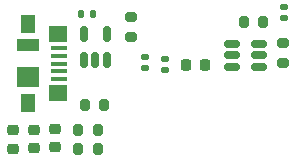
<source format=gbr>
%TF.GenerationSoftware,KiCad,Pcbnew,(6.0.0)*%
%TF.CreationDate,2022-03-25T10:47:18+03:00*%
%TF.ProjectId,SmartTap,536d6172-7454-4617-902e-6b696361645f,1*%
%TF.SameCoordinates,Original*%
%TF.FileFunction,Paste,Bot*%
%TF.FilePolarity,Positive*%
%FSLAX46Y46*%
G04 Gerber Fmt 4.6, Leading zero omitted, Abs format (unit mm)*
G04 Created by KiCad (PCBNEW (6.0.0)) date 2022-03-25 10:47:18*
%MOMM*%
%LPD*%
G01*
G04 APERTURE LIST*
G04 Aperture macros list*
%AMRoundRect*
0 Rectangle with rounded corners*
0 $1 Rounding radius*
0 $2 $3 $4 $5 $6 $7 $8 $9 X,Y pos of 4 corners*
0 Add a 4 corners polygon primitive as box body*
4,1,4,$2,$3,$4,$5,$6,$7,$8,$9,$2,$3,0*
0 Add four circle primitives for the rounded corners*
1,1,$1+$1,$2,$3*
1,1,$1+$1,$4,$5*
1,1,$1+$1,$6,$7*
1,1,$1+$1,$8,$9*
0 Add four rect primitives between the rounded corners*
20,1,$1+$1,$2,$3,$4,$5,0*
20,1,$1+$1,$4,$5,$6,$7,0*
20,1,$1+$1,$6,$7,$8,$9,0*
20,1,$1+$1,$8,$9,$2,$3,0*%
G04 Aperture macros list end*
%ADD10RoundRect,0.218750X-0.256250X0.218750X-0.256250X-0.218750X0.256250X-0.218750X0.256250X0.218750X0*%
%ADD11RoundRect,0.150000X-0.512500X-0.150000X0.512500X-0.150000X0.512500X0.150000X-0.512500X0.150000X0*%
%ADD12RoundRect,0.200000X-0.200000X-0.275000X0.200000X-0.275000X0.200000X0.275000X-0.200000X0.275000X0*%
%ADD13R,1.380000X0.450000*%
%ADD14R,1.300000X1.650000*%
%ADD15R,1.550000X1.425000*%
%ADD16R,1.900000X1.800000*%
%ADD17R,1.900000X1.000000*%
%ADD18RoundRect,0.140000X0.140000X0.170000X-0.140000X0.170000X-0.140000X-0.170000X0.140000X-0.170000X0*%
%ADD19RoundRect,0.140000X-0.170000X0.140000X-0.170000X-0.140000X0.170000X-0.140000X0.170000X0.140000X0*%
%ADD20RoundRect,0.218750X0.256250X-0.218750X0.256250X0.218750X-0.256250X0.218750X-0.256250X-0.218750X0*%
%ADD21RoundRect,0.150000X0.150000X-0.512500X0.150000X0.512500X-0.150000X0.512500X-0.150000X-0.512500X0*%
%ADD22RoundRect,0.200000X-0.275000X0.200000X-0.275000X-0.200000X0.275000X-0.200000X0.275000X0.200000X0*%
%ADD23RoundRect,0.218750X-0.218750X-0.256250X0.218750X-0.256250X0.218750X0.256250X-0.218750X0.256250X0*%
G04 APERTURE END LIST*
D10*
%TO.C,D2*%
X185378294Y-121818294D03*
X185378294Y-123393294D03*
%TD*%
D11*
%TO.C,U6*%
X200340794Y-116555794D03*
X200340794Y-115605794D03*
X200340794Y-114655794D03*
X202615794Y-114655794D03*
X202615794Y-115605794D03*
X202615794Y-116555794D03*
%TD*%
D12*
%TO.C,R6*%
X187328294Y-123505794D03*
X188978294Y-123505794D03*
%TD*%
%TO.C,R14*%
X201353294Y-112805794D03*
X203003294Y-112805794D03*
%TD*%
%TO.C,R2*%
X187328294Y-121905794D03*
X188978294Y-121905794D03*
%TD*%
D13*
%TO.C,J1*%
X185738294Y-117605794D03*
X185738294Y-116955794D03*
X185738294Y-116305794D03*
X185738294Y-115655794D03*
X185738294Y-115005794D03*
D14*
X183078294Y-112930794D03*
D15*
X185653294Y-113818294D03*
D16*
X183078294Y-117455794D03*
D14*
X183078294Y-119680794D03*
D17*
X183078294Y-114755794D03*
D15*
X185653294Y-118793294D03*
%TD*%
D18*
%TO.C,C1*%
X188558294Y-112105794D03*
X187598294Y-112105794D03*
%TD*%
D19*
%TO.C,C4*%
X192978294Y-115725794D03*
X192978294Y-116685794D03*
%TD*%
D20*
%TO.C,D1*%
X181778294Y-123505794D03*
X181778294Y-121930794D03*
%TD*%
D19*
%TO.C,C14*%
X194678294Y-115925794D03*
X194678294Y-116885794D03*
%TD*%
D21*
%TO.C,U1*%
X189728294Y-116043294D03*
X188778294Y-116043294D03*
X187828294Y-116043294D03*
X187828294Y-113768294D03*
X189728294Y-113768294D03*
%TD*%
D22*
%TO.C,R1*%
X191778294Y-112380794D03*
X191778294Y-114030794D03*
%TD*%
D19*
%TO.C,C15*%
X204778294Y-111505794D03*
X204778294Y-112465794D03*
%TD*%
D20*
%TO.C,D4*%
X183565794Y-123480794D03*
X183565794Y-121905794D03*
%TD*%
D22*
%TO.C,R15*%
X204678294Y-114605794D03*
X204678294Y-116255794D03*
%TD*%
D23*
%TO.C,L1*%
X196478294Y-116405794D03*
X198053294Y-116405794D03*
%TD*%
D12*
%TO.C,R3*%
X187903294Y-119805794D03*
X189553294Y-119805794D03*
%TD*%
M02*

</source>
